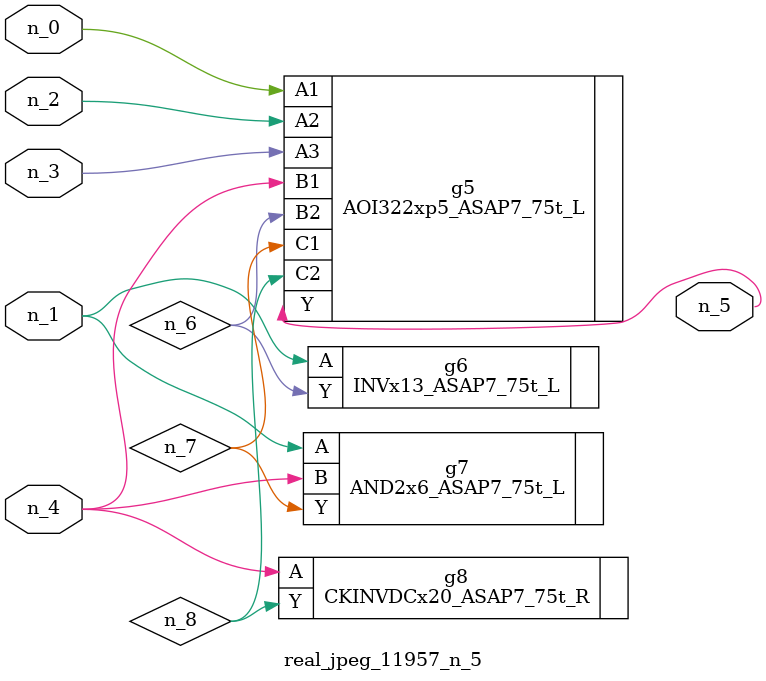
<source format=v>
module real_jpeg_11957_n_5 (n_4, n_0, n_1, n_2, n_3, n_5);

input n_4;
input n_0;
input n_1;
input n_2;
input n_3;

output n_5;

wire n_8;
wire n_6;
wire n_7;

AOI322xp5_ASAP7_75t_L g5 ( 
.A1(n_0),
.A2(n_2),
.A3(n_3),
.B1(n_4),
.B2(n_6),
.C1(n_7),
.C2(n_8),
.Y(n_5)
);

INVx13_ASAP7_75t_L g6 ( 
.A(n_1),
.Y(n_6)
);

AND2x6_ASAP7_75t_L g7 ( 
.A(n_1),
.B(n_4),
.Y(n_7)
);

CKINVDCx20_ASAP7_75t_R g8 ( 
.A(n_4),
.Y(n_8)
);


endmodule
</source>
